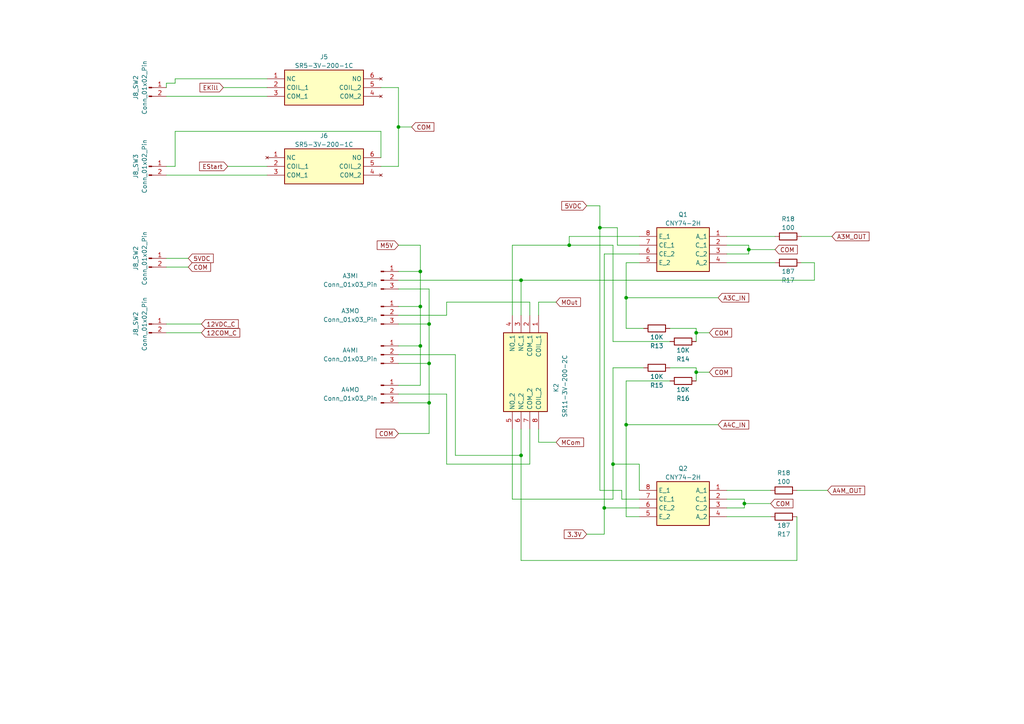
<source format=kicad_sch>
(kicad_sch (version 20230121) (generator eeschema)
  (paper "A4")
  (title_block (title "Additional Circuits") (rev "1.1") (comment 1 "AC3 and AC4 Wires Swapped"))
  (lib_symbols
    (symbol "Connector:Conn_01x02_Pin" (pin_names (offset 1.016) hide)
      (property "Reference" "J" (at 0 2.54 0))
      (property "Value" "Conn_01x02_Pin" (at 0 -5.08 0))
      (symbol "Conn_01x02_Pin_1_1"
        (polyline (pts (xy 1.27 -2.54) (xy 0.8636 -2.54)) (stroke (width 0.1524)))
        (polyline (pts (xy 1.27 0) (xy 0.8636 0)) (stroke (width 0.1524)))
        (rectangle (start 0.8636 -2.413) (end 0 -2.667) (stroke (width 0.1524)) (fill (type outline)))
        (rectangle (start 0.8636 0.127) (end 0 -0.127) (stroke (width 0.1524)) (fill (type outline)))
        (pin passive line (at 5.08 0 180) (length 3.81) (name "Pin_1") (number "1"))
        (pin passive line (at 5.08 -2.54 180) (length 3.81) (name "Pin_2") (number "2"))
      )
    )
    (symbol "Connector:Conn_01x03_Pin" (pin_names (offset 1.016) hide)
      (property "Reference" "J" (at 0 5.08 0))
      (property "Value" "Conn_01x03_Pin" (at 0 -5.08 0))
      (symbol "Conn_01x03_Pin_1_1"
        (polyline (pts (xy 1.27 -2.54) (xy 0.8636 -2.54)) (stroke (width 0.1524)))
        (polyline (pts (xy 1.27 0) (xy 0.8636 0)) (stroke (width 0.1524)))
        (polyline (pts (xy 1.27 2.54) (xy 0.8636 2.54)) (stroke (width 0.1524)))
        (rectangle (start 0.8636 -2.413) (end 0 -2.667) (stroke (width 0.1524)) (fill (type outline)))
        (rectangle (start 0.8636 0.127) (end 0 -0.127) (stroke (width 0.1524)) (fill (type outline)))
        (rectangle (start 0.8636 2.667) (end 0 2.413) (stroke (width 0.1524)) (fill (type outline)))
        (pin passive line (at 5.08 2.54 180) (length 3.81) (name "Pin_1") (number "1"))
        (pin passive line (at 5.08 0 180) (length 3.81) (name "Pin_2") (number "2"))
        (pin passive line (at 5.08 -2.54 180) (length 3.81) (name "Pin_3") (number "3"))
      )
    )
    (symbol "Device:R" (pin_numbers hide) (pin_names (offset 0))
      (property "Reference" "R" (at 2.032 0 90))
      (property "Value" "R" (at 0 0 90))
      (symbol "R_0_1"
        (rectangle (start -1.016 -2.54) (end 1.016 2.54) (stroke (width 0.254)))
      )
      (symbol "R_1_1"
        (pin passive line (at 0 3.81 270) (length 1.27) (name "~") (number "1"))
        (pin passive line (at 0 -3.81 90) (length 1.27) (name "~") (number "2"))
      )
    )
    (symbol "SR5-3V-200-1C_1"
      (property "Reference" "K3" (at 16.51 6.35 0))
      (property "Value" "SR5-3V-200-1C" (at 16.51 3.81 0))
      (symbol "SR5-3V-200-1C_1_1_1"
        (rectangle (start 5.08 2.54) (end 27.94 -7.62) (stroke (width 0.254)) (fill (type background)))
        (pin passive line (at 0 0 0) (length 5.08) (name "NC") (number "1"))
        (pin passive line (at 0 -2.54 0) (length 5.08) (name "COIL_1") (number "2"))
        (pin passive line (at 0 -5.08 0) (length 5.08) (name "COM_1") (number "3"))
        (pin no_connect line (at 33.02 -5.08 180) (length 5.08) (name "COM_2") (number "4"))
        (pin passive line (at 33.02 -2.54 180) (length 5.08) (name "COIL_2") (number "5"))
        (pin no_connect line (at 33.02 0 180) (length 5.08) (name "NO") (number "6"))
      )
    )
    (symbol "SamacSys:CNY74-2H"
      (property "Reference" "Q" (at 21.59 7.62 0))
      (property "Value" "CNY74-2H" (at 21.59 5.08 0))
      (symbol "CNY74-2H_1_1"
        (rectangle (start 5.08 2.54) (end 20.32 -10.16) (stroke (width 0.254)) (fill (type background)))
        (pin passive line (at 0 0 0) (length 5.08) (name "A_1") (number "1"))
        (pin passive line (at 0 -2.54 0) (length 5.08) (name "C_1") (number "2"))
        (pin passive line (at 0 -5.08 0) (length 5.08) (name "C_2") (number "3"))
        (pin passive line (at 0 -7.62 0) (length 5.08) (name "A_2") (number "4"))
        (pin passive line (at 25.4 -7.62 180) (length 5.08) (name "E_2") (number "5"))
        (pin passive line (at 25.4 -5.08 180) (length 5.08) (name "CE_2") (number "6"))
        (pin passive line (at 25.4 -2.54 180) (length 5.08) (name "CE_1") (number "7"))
        (pin passive line (at 25.4 0 180) (length 5.08) (name "E_1") (number "8"))
      )
    )
    (symbol "SamacSys:SR11-3V-200-2C"
      (property "Reference" "K" (at 29.21 7.62 0))
      (property "Value" "SR11-3V-200-2C" (at 29.21 5.08 0))
      (symbol "SR11-3V-200-2C_1_1"
        (rectangle (start 5.08 2.54) (end 27.94 -10.16) (stroke (width 0.254)) (fill (type background)))
        (pin passive line (at 0 0 0) (length 5.08) (name "COIL_1") (number "1"))
        (pin passive line (at 0 -2.54 0) (length 5.08) (name "COM_1") (number "2"))
        (pin passive line (at 0 -5.08 0) (length 5.08) (name "NC_1") (number "3"))
        (pin passive line (at 0 -7.62 0) (length 5.08) (name "NO_1") (number "4"))
        (pin passive line (at 33.02 -7.62 180) (length 5.08) (name "NO_2") (number "5"))
        (pin passive line (at 33.02 -5.08 180) (length 5.08) (name "NC_2") (number "6"))
        (pin passive line (at 33.02 -2.54 180) (length 5.08) (name "COM_2") (number "7"))
        (pin passive line (at 33.02 0 180) (length 5.08) (name "COIL_2") (number "8"))
      )
    )
    (symbol "SamacSys:SR5-3V-200-1C"
      (property "Reference" "K4" (at 16.51 6.35 0))
      (property "Value" "SR5-3V-200-1C" (at 16.51 3.81 0))
      (symbol "SR5-3V-200-1C_1_1"
        (rectangle (start 5.08 2.54) (end 27.94 -7.62) (stroke (width 0.254)) (fill (type background)))
        (pin no_connect line (at 0 0 0) (length 5.08) (name "NC") (number "1"))
        (pin passive line (at 0 -2.54 0) (length 5.08) (name "COIL_1") (number "2"))
        (pin passive line (at 0 -5.08 0) (length 5.08) (name "COM_1") (number "3"))
        (pin no_connect line (at 33.02 -5.08 180) (length 5.08) (name "COM_2") (number "4"))
        (pin passive line (at 33.02 -2.54 180) (length 5.08) (name "COIL_2") (number "5"))
        (pin passive line (at 33.02 0 180) (length 5.08) (name "NO") (number "6"))
      )
    )
  )
  (junction (at 115.57 36.83))
  (junction (at 201.93 107.95))
  (junction (at 181.61 86.36))
  (junction (at 121.92 100.33))
  (junction (at 151.13 132.08))
  (junction (at 177.8 134.62))
  (junction (at 201.93 96.52))
  (junction (at 217.17 72.39))
  (junction (at 165.1 71.12))
  (junction (at 121.92 78.74))
  (junction (at 181.61 123.19))
  (junction (at 124.46 93.98))
  (junction (at 175.26 147.32))
  (junction (at 173.99 66.04))
  (junction (at 215.9 146.05))
  (junction (at 124.46 105.41))
  (junction (at 121.92 88.9))
  (junction (at 124.46 116.84))
  (junction (at 151.13 81.28))
  (wire (pts (xy 132.08 102.87) (xy 132.08 132.08)))
  (wire (pts (xy 217.17 73.66) (xy 217.17 72.39)))
  (wire (pts (xy 179.07 71.12) (xy 179.07 66.04)))
  (wire (pts (xy 165.1 68.58) (xy 165.1 71.12)))
  (wire (pts (xy 110.49 38.1) (xy 50.8 38.1)))
  (wire (pts (xy 175.26 147.32) (xy 175.26 154.94)))
  (wire (pts (xy 115.57 100.33) (xy 121.92 100.33)))
  (wire (pts (xy 121.92 111.76) (xy 115.57 111.76)))
  (wire (pts (xy 185.42 134.62) (xy 177.8 134.62)))
  (wire (pts (xy 170.18 59.69) (xy 173.99 59.69)))
  (wire (pts (xy 210.82 76.2) (xy 224.79 76.2)))
  (wire (pts (xy 194.31 99.06) (xy 177.8 99.06)))
  (wire (pts (xy 165.1 68.58) (xy 185.42 68.58)))
  (wire (pts (xy 50.8 48.26) (xy 48.26 48.26)))
  (wire (pts (xy 181.61 86.36) (xy 208.28 86.36)))
  (wire (pts (xy 236.22 76.2) (xy 236.22 81.28)))
  (wire (pts (xy 115.57 78.74) (xy 121.92 78.74)))
  (wire (pts (xy 186.69 95.25) (xy 181.61 95.25)))
  (wire (pts (xy 180.34 144.78) (xy 180.34 142.24)))
  (wire (pts (xy 175.26 147.32) (xy 185.42 147.32)))
  (wire (pts (xy 181.61 110.49) (xy 181.61 123.19)))
  (wire (pts (xy 231.14 149.86) (xy 231.14 162.56)))
  (wire (pts (xy 121.92 71.12) (xy 121.92 78.74)))
  (wire (pts (xy 115.57 25.4) (xy 115.57 36.83)))
  (wire (pts (xy 129.54 114.3) (xy 115.57 114.3)))
  (wire (pts (xy 205.74 107.95) (xy 201.93 107.95)))
  (wire (pts (xy 175.26 73.66) (xy 175.26 147.32)))
  (wire (pts (xy 153.67 91.44) (xy 153.67 87.63)))
  (wire (pts (xy 217.17 72.39) (xy 224.79 72.39)))
  (wire (pts (xy 129.54 87.63) (xy 129.54 91.44)))
  (wire (pts (xy 194.31 106.68) (xy 201.93 106.68)))
  (wire (pts (xy 48.26 50.8) (xy 77.47 50.8)))
  (wire (pts (xy 210.82 149.86) (xy 223.52 149.86)))
  (wire (pts (xy 50.8 38.1) (xy 50.8 48.26)))
  (wire (pts (xy 210.82 68.58) (xy 224.79 68.58)))
  (wire (pts (xy 232.41 68.58) (xy 241.3 68.58)))
  (wire (pts (xy 50.8 24.13) (xy 48.26 24.13)))
  (wire (pts (xy 185.42 144.78) (xy 180.34 144.78)))
  (wire (pts (xy 115.57 116.84) (xy 124.46 116.84)))
  (wire (pts (xy 177.8 144.78) (xy 148.59 144.78)))
  (wire (pts (xy 48.26 93.98) (xy 58.42 93.98)))
  (wire (pts (xy 48.26 74.93) (xy 54.61 74.93)))
  (wire (pts (xy 129.54 134.62) (xy 129.54 114.3)))
  (wire (pts (xy 115.57 102.87) (xy 132.08 102.87)))
  (wire (pts (xy 201.93 106.68) (xy 201.93 107.95)))
  (wire (pts (xy 148.59 144.78) (xy 148.59 124.46)))
  (wire (pts (xy 210.82 71.12) (xy 217.17 71.12)))
  (wire (pts (xy 151.13 162.56) (xy 151.13 132.08)))
  (wire (pts (xy 153.67 134.62) (xy 129.54 134.62)))
  (wire (pts (xy 156.21 124.46) (xy 156.21 128.27)))
  (wire (pts (xy 173.99 66.04) (xy 173.99 142.24)))
  (wire (pts (xy 201.93 110.49) (xy 201.93 107.95)))
  (wire (pts (xy 115.57 88.9) (xy 121.92 88.9)))
  (wire (pts (xy 201.93 95.25) (xy 201.93 96.52)))
  (wire (pts (xy 48.26 77.47) (xy 54.61 77.47)))
  (wire (pts (xy 194.31 110.49) (xy 181.61 110.49)))
  (wire (pts (xy 185.42 73.66) (xy 175.26 73.66)))
  (wire (pts (xy 231.14 142.24) (xy 240.03 142.24)))
  (wire (pts (xy 124.46 116.84) (xy 124.46 105.41)))
  (wire (pts (xy 181.61 123.19) (xy 208.28 123.19)))
  (wire (pts (xy 170.18 154.94) (xy 175.26 154.94)))
  (wire (pts (xy 156.21 87.63) (xy 156.21 91.44)))
  (wire (pts (xy 217.17 71.12) (xy 217.17 72.39)))
  (wire (pts (xy 48.26 24.13) (xy 48.26 25.4)))
  (wire (pts (xy 151.13 124.46) (xy 151.13 132.08)))
  (wire (pts (xy 124.46 125.73) (xy 124.46 116.84)))
  (wire (pts (xy 121.92 100.33) (xy 121.92 111.76)))
  (wire (pts (xy 50.8 22.86) (xy 50.8 24.13)))
  (wire (pts (xy 205.74 96.52) (xy 201.93 96.52)))
  (wire (pts (xy 185.42 134.62) (xy 185.42 142.24)))
  (wire (pts (xy 156.21 128.27) (xy 161.29 128.27)))
  (wire (pts (xy 181.61 76.2) (xy 181.61 86.36)))
  (wire (pts (xy 151.13 81.28) (xy 151.13 91.44)))
  (wire (pts (xy 236.22 81.28) (xy 151.13 81.28)))
  (wire (pts (xy 177.8 134.62) (xy 177.8 144.78)))
  (wire (pts (xy 165.1 71.12) (xy 148.59 71.12)))
  (wire (pts (xy 129.54 91.44) (xy 115.57 91.44)))
  (wire (pts (xy 201.93 99.06) (xy 201.93 96.52)))
  (wire (pts (xy 194.31 95.25) (xy 201.93 95.25)))
  (wire (pts (xy 115.57 81.28) (xy 151.13 81.28)))
  (wire (pts (xy 215.9 144.78) (xy 215.9 146.05)))
  (wire (pts (xy 210.82 144.78) (xy 215.9 144.78)))
  (wire (pts (xy 161.29 87.63) (xy 156.21 87.63)))
  (wire (pts (xy 153.67 87.63) (xy 129.54 87.63)))
  (wire (pts (xy 121.92 78.74) (xy 121.92 88.9)))
  (wire (pts (xy 173.99 59.69) (xy 173.99 66.04)))
  (wire (pts (xy 153.67 124.46) (xy 153.67 134.62)))
  (wire (pts (xy 77.47 22.86) (xy 50.8 22.86)))
  (wire (pts (xy 64.77 25.4) (xy 77.47 25.4)))
  (wire (pts (xy 124.46 93.98) (xy 124.46 83.82)))
  (wire (pts (xy 115.57 125.73) (xy 124.46 125.73)))
  (wire (pts (xy 132.08 132.08) (xy 151.13 132.08)))
  (wire (pts (xy 231.14 162.56) (xy 151.13 162.56)))
  (wire (pts (xy 181.61 86.36) (xy 181.61 95.25)))
  (wire (pts (xy 110.49 25.4) (xy 115.57 25.4)))
  (wire (pts (xy 185.42 71.12) (xy 179.07 71.12)))
  (wire (pts (xy 48.26 27.94) (xy 77.47 27.94)))
  (wire (pts (xy 124.46 83.82) (xy 115.57 83.82)))
  (wire (pts (xy 177.8 71.12) (xy 177.8 99.06)))
  (wire (pts (xy 210.82 73.66) (xy 217.17 73.66)))
  (wire (pts (xy 115.57 93.98) (xy 124.46 93.98)))
  (wire (pts (xy 179.07 66.04) (xy 173.99 66.04)))
  (wire (pts (xy 124.46 105.41) (xy 124.46 93.98)))
  (wire (pts (xy 215.9 146.05) (xy 223.52 146.05)))
  (wire (pts (xy 48.26 96.52) (xy 58.42 96.52)))
  (wire (pts (xy 148.59 71.12) (xy 148.59 91.44)))
  (wire (pts (xy 210.82 147.32) (xy 215.9 147.32)))
  (wire (pts (xy 232.41 76.2) (xy 236.22 76.2)))
  (wire (pts (xy 181.61 123.19) (xy 181.61 149.86)))
  (wire (pts (xy 177.8 71.12) (xy 165.1 71.12)))
  (wire (pts (xy 115.57 105.41) (xy 124.46 105.41)))
  (wire (pts (xy 186.69 106.68) (xy 177.8 106.68)))
  (wire (pts (xy 115.57 48.26) (xy 115.57 36.83)))
  (wire (pts (xy 215.9 146.05) (xy 215.9 147.32)))
  (wire (pts (xy 110.49 45.72) (xy 110.49 38.1)))
  (wire (pts (xy 180.34 142.24) (xy 173.99 142.24)))
  (wire (pts (xy 121.92 88.9) (xy 121.92 100.33)))
  (wire (pts (xy 66.04 48.26) (xy 77.47 48.26)))
  (wire (pts (xy 185.42 76.2) (xy 181.61 76.2)))
  (wire (pts (xy 115.57 71.12) (xy 121.92 71.12)))
  (wire (pts (xy 115.57 36.83) (xy 119.38 36.83)))
  (wire (pts (xy 185.42 149.86) (xy 181.61 149.86)))
  (wire (pts (xy 210.82 142.24) (xy 223.52 142.24)))
  (wire (pts (xy 110.49 48.26) (xy 115.57 48.26)))
  (wire (pts (xy 177.8 106.68) (xy 177.8 134.62)))
  (global_label "COM" (shape input) (at 205.74 107.95 0) (property "Intersheetrefs" "${INTERSHEET_REFS}" (effects hide)))
  (global_label "COM" (shape input) (at 54.61 77.47 0) (property "Intersheetrefs" "${INTERSHEET_REFS}" (effects hide)))
  (global_label "COM" (shape input) (at 224.79 72.39 0) (property "Intersheetrefs" "${INTERSHEET_REFS}" (effects hide)))
  (global_label "A4C_IN" (shape input) (at 208.28 123.19 0) (property "Intersheetrefs" "${INTERSHEET_REFS}" (effects hide)))
  (global_label "A4M_OUT" (shape input) (at 240.03 142.24 0) (property "Intersheetrefs" "${INTERSHEET_REFS}" (effects hide)))
  (global_label "A3M_OUT" (shape input) (at 241.3 68.58 0) (property "Intersheetrefs" "${INTERSHEET_REFS}" (effects hide)))
  (global_label "EStart" (shape input) (at 66.04 48.26 180) (property "Intersheetrefs" "${INTERSHEET_REFS}" (effects hide)))
  (global_label "COM" (shape input) (at 115.57 125.73 180) (property "Intersheetrefs" "${INTERSHEET_REFS}" (effects hide)))
  (global_label "12COM_C" (shape input) (at 58.42 96.52 0) (property "Intersheetrefs" "${INTERSHEET_REFS}" (effects hide)))
  (global_label "12VDC_C" (shape input) (at 58.42 93.98 0) (property "Intersheetrefs" "${INTERSHEET_REFS}" (effects hide)))
  (global_label "COM" (shape input) (at 205.74 96.52 0) (property "Intersheetrefs" "${INTERSHEET_REFS}" (effects hide)))
  (global_label "3.3V" (shape input) (at 170.18 154.94 180) (property "Intersheetrefs" "${INTERSHEET_REFS}" (effects hide)))
  (global_label "COM" (shape input) (at 119.38 36.83 0) (property "Intersheetrefs" "${INTERSHEET_REFS}" (effects hide)))
  (global_label "M5V" (shape input) (at 115.57 71.12 180) (property "Intersheetrefs" "${INTERSHEET_REFS}" (effects hide)))
  (global_label "5VDC" (shape input) (at 54.61 74.93 0) (property "Intersheetrefs" "${INTERSHEET_REFS}" (effects hide)))
  (global_label "MOut" (shape input) (at 161.29 87.63 0) (property "Intersheetrefs" "${INTERSHEET_REFS}" (effects hide)))
  (global_label "5VDC" (shape input) (at 170.18 59.69 180) (property "Intersheetrefs" "${INTERSHEET_REFS}" (effects hide)))
  (global_label "EKill" (shape input) (at 64.77 25.4 180) (property "Intersheetrefs" "${INTERSHEET_REFS}" (effects hide)))
  (global_label "A3C_IN" (shape input) (at 208.28 86.36 0) (property "Intersheetrefs" "${INTERSHEET_REFS}" (effects hide)))
  (global_label "COM" (shape input) (at 223.52 146.05 0) (property "Intersheetrefs" "${INTERSHEET_REFS}" (effects hide)))
  (global_label "MCom" (shape input) (at 161.29 128.27 0) (property "Intersheetrefs" "${INTERSHEET_REFS}" (effects hide)))
  (symbol (lib_id "SamacSys:CNY74-2H") (at 210.82 142.24 0) (mirror y) (unit 1)
    (property "Reference" "Q2" (at 198.12 135.89 0))
    (property "Value" "CNY74-2H" (at 198.12 138.43 0))
    (property "Footprint" "DIP762W56P254L977H470Q8N" (effects hide))
    (property "Datasheet" "https://componentsearchengine.com/Datasheets/2/CNY74-2H.pdf" (effects hide))
    (property "Height" "4.7" (effects hide))
    (property "Mouser Part Number" "782-CNY74-2H" (effects hide))
    (property "Mouser Price/Stock" "https://www.mouser.co.uk/ProductDetail/Vishay-Semiconductors/CNY74-2H?qs=xCMk%252BIHWTZO%2Fp2dB7mb0lQ%3D%3D" (effects hide))
    (property "Manufacturer_Name" "Vishay" (effects hide))
    (property "Manufacturer_Part_Number" "CNY74-2H" (effects hide))
    (instances (project "Control_board" (path "" (reference "Q2") (unit 1)) (path "" (reference "IC4") (unit 1))))
  )
  (symbol (lib_id "Device:R") (at 198.12 110.49 270) (unit 1)
    (property "Reference" "R16" (at 198.12 115.57 90))
    (property "Value" "10K" (at 198.12 113.03 90))
    (property "Footprint" "Resistor_THT:R_Axial_DIN0411_L9.9mm_D3.6mm_P12.70mm_Horizontal" (effects hide))
  )
  (symbol (lib_id "Device:R") (at 227.33 149.86 270) (unit 1)
    (property "Reference" "R17" (at 227.33 154.94 90))
    (property "Value" "187" (at 227.33 152.4 90))
    (property "Footprint" "Resistor_THT:R_Axial_DIN0411_L9.9mm_D3.6mm_P12.70mm_Horizontal" (effects hide))
    (instances (project "Control_board" (path "" (reference "R17") (unit 1)) (path "" (reference "R18") (unit 1))))
  )
  (symbol (lib_id "Connector:Conn_01x03_Pin") (at 110.49 91.44 0) (unit 1)
    (property "Reference" "A3MO" (at 101.6 90.17 0))
    (property "Value" "Conn_01x03_Pin" (at 101.6 92.71 0))
    (property "Footprint" "Connector_PinHeader_2.54mm:PinHeader_1x03_P2.54mm_Vertical" (effects hide))
    (instances (project "Control_board" (path "" (reference "A3MO") (unit 1)) (path "" (reference "A3M1") (unit 1))))
  )
  (symbol (lib_id "Connector:Conn_01x02_Pin") (at 43.18 93.98 0) (unit 1)
    (property "Reference" "J8_SW2" (at 39.37 93.98 90))
    (property "Value" "Conn_01x02_Pin" (at 41.91 93.98 90))
    (property "Footprint" "Connector_Phoenix_MC_HighVoltage:PhoenixContact_MCV_1,5_2-G-5.08_1x02_P5.08mm_Vertical" (effects hide))
    (instances (project "Control_board" (path "" (reference "J8_SW2") (unit 1)) (path "" (reference "12VOut") (unit 1))))
  )
  (symbol (lib_name "SR5-3V-200-1C_1") (lib_id "SamacSys:SR5-3V-200-1C") (at 77.47 22.86 0) (unit 1)
    (property "Reference" "J5" (at 93.98 16.51 0))
    (property "Value" "SR5-3V-200-1C" (at 93.98 19.05 0))
    (property "Footprint" "SR53V2001C" (effects hide))
    (property "Datasheet" "https://www.cuidevices.com/product/resource/sr5.pdf" (effects hide))
    (property "Height" "12.1" (effects hide))
    (property "Mouser Part Number" "179-SR5-3V-200-1C" (effects hide))
    (property "Mouser Price/Stock" "https://www.mouser.co.uk/ProductDetail/CUI-Devices/SR5-3V-200-1C?qs=4ASt3YYao0XB60H1Ojp4Wg%3D%3D" (effects hide))
    (property "Manufacturer_Name" "CUI Devices" (effects hide))
    (property "Manufacturer_Part_Number" "SR5-3V-200-1C" (effects hide))
    (instances (project "Control_board" (path "" (reference "J5") (unit 1)) (path "" (reference "K3") (unit 1))))
  )
  (symbol (lib_id "Connector:Conn_01x02_Pin") (at 43.18 74.93 0) (unit 1)
    (property "Reference" "J8_SW2" (at 39.37 74.93 90))
    (property "Value" "Conn_01x02_Pin" (at 41.91 74.93 90))
    (property "Footprint" "Connector_Phoenix_MC_HighVoltage:PhoenixContact_MCV_1,5_2-G-5.08_1x02_P5.08mm_Vertical" (effects hide))
    (instances (project "Control_board" (path "" (reference "J8_SW2") (unit 1)) (path "" (reference "5VOut") (unit 1))))
  )
  (symbol (lib_id "Device:R") (at 198.12 99.06 270) (unit 1)
    (property "Reference" "R14" (at 198.12 104.14 90))
    (property "Value" "10K" (at 198.12 101.6 90))
    (property "Footprint" "Resistor_THT:R_Axial_DIN0411_L9.9mm_D3.6mm_P12.70mm_Horizontal" (effects hide))
    (instances (project "Control_board" (path "" (reference "R14") (unit 1)) (path "" (reference "R15") (unit 1))))
  )
  (symbol (lib_id "Connector:Conn_01x02_Pin") (at 43.18 48.26 0) (unit 1)
    (property "Reference" "J8_SW3" (at 39.37 48.26 90))
    (property "Value" "Conn_01x02_Pin" (at 41.91 48.26 90))
    (property "Footprint" "Connector_Phoenix_MC_HighVoltage:PhoenixContact_MCV_1,5_2-G-5.08_1x02_P5.08mm_Vertical" (effects hide))
    (instances (project "Control_board" (path "" (reference "J8_SW3") (unit 1)) (path "" (reference "EStart1") (unit 1))))
  )
  (symbol (lib_id "Connector:Conn_01x03_Pin") (at 110.49 102.87 0) (unit 1)
    (property "Reference" "A4MI" (at 101.6 101.6 0))
    (property "Value" "Conn_01x03_Pin" (at 101.6 104.14 0))
    (property "Footprint" "Connector_PinHeader_2.54mm:PinHeader_1x03_P2.54mm_Vertical" (effects hide))
    (instances (project "Control_board" (path "" (reference "A4MI") (unit 1)) (path "" (reference "A4C1") (unit 1))))
  )
  (symbol (lib_id "Connector:Conn_01x02_Pin") (at 43.18 25.4 0) (unit 1)
    (property "Reference" "J8_SW2" (at 39.37 25.4 90))
    (property "Value" "Conn_01x02_Pin" (at 41.91 25.4 90))
    (property "Footprint" "Connector_Phoenix_MC_HighVoltage:PhoenixContact_MCV_1,5_2-G-5.08_1x02_P5.08mm_Vertical" (effects hide))
    (instances (project "Control_board" (path "" (reference "J8_SW2") (unit 1)) (path "" (reference "EKill1") (unit 1))))
  )
  (symbol (lib_id "Device:R") (at 190.5 95.25 270) (unit 1)
    (property "Reference" "R13" (at 190.5 100.33 90))
    (property "Value" "10K" (at 190.5 97.79 90))
    (property "Footprint" "Resistor_THT:R_Axial_DIN0411_L9.9mm_D3.6mm_P12.70mm_Horizontal" (effects hide))
  )
  (symbol (lib_id "Connector:Conn_01x03_Pin") (at 110.49 114.3 0) (unit 1)
    (property "Reference" "A4MO" (at 101.6 113.03 0))
    (property "Value" "Conn_01x03_Pin" (at 101.6 115.57 0))
    (property "Footprint" "Connector_PinHeader_2.54mm:PinHeader_1x03_P2.54mm_Vertical" (effects hide))
    (instances (project "Control_board" (path "" (reference "A4MO") (unit 1)) (path "" (reference "A4M1") (unit 1))))
  )
  (symbol (lib_id "Device:R") (at 227.33 142.24 90) (unit 1)
    (property "Reference" "R18" (at 227.33 137.16 90))
    (property "Value" "100" (at 227.33 139.7 90))
    (property "Footprint" "Resistor_THT:R_Axial_DIN0411_L9.9mm_D3.6mm_P12.70mm_Horizontal" (effects hide))
    (instances (project "Control_board" (path "" (reference "R18") (unit 1)) (path "" (reference "R17") (unit 1))))
  )
  (symbol (lib_id "Device:R") (at 228.6 76.2 270) (unit 1)
    (property "Reference" "R17" (at 228.6 81.28 90))
    (property "Value" "187" (at 228.6 78.74 90))
    (property "Footprint" "Resistor_THT:R_Axial_DIN0411_L9.9mm_D3.6mm_P12.70mm_Horizontal" (effects hide))
    (instances (project "Control_board" (path "" (reference "R17") (unit 1)) (path "" (reference "R20") (unit 1))))
  )
  (symbol (lib_id "SamacSys:SR5-3V-200-1C") (at 77.47 45.72 0) (unit 1)
    (property "Reference" "J6" (at 93.98 39.37 0))
    (property "Value" "SR5-3V-200-1C" (at 93.98 41.91 0))
    (property "Footprint" "SR53V2001C" (effects hide))
    (property "Datasheet" "https://www.cuidevices.com/product/resource/sr5.pdf" (effects hide))
    (property "Height" "12.1" (effects hide))
    (property "Mouser Part Number" "179-SR5-3V-200-1C" (effects hide))
    (property "Mouser Price/Stock" "https://www.mouser.co.uk/ProductDetail/CUI-Devices/SR5-3V-200-1C?qs=4ASt3YYao0XB60H1Ojp4Wg%3D%3D" (effects hide))
    (property "Manufacturer_Name" "CUI Devices" (effects hide))
    (property "Manufacturer_Part_Number" "SR5-3V-200-1C" (effects hide))
    (instances (project "Control_board" (path "" (reference "J6") (unit 1)) (path "" (reference "K4") (unit 1))))
  )
  (symbol (lib_id "SamacSys:CNY74-2H") (at 210.82 68.58 0) (mirror y) (unit 1)
    (property "Reference" "Q1" (at 198.12 62.23 0))
    (property "Value" "CNY74-2H" (at 198.12 64.77 0))
    (property "Footprint" "DIP762W56P254L977H470Q8N" (effects hide))
    (property "Datasheet" "https://componentsearchengine.com/Datasheets/2/CNY74-2H.pdf" (effects hide))
    (property "Height" "4.7" (effects hide))
    (property "Mouser Part Number" "782-CNY74-2H" (effects hide))
    (property "Mouser Price/Stock" "https://www.mouser.co.uk/ProductDetail/Vishay-Semiconductors/CNY74-2H?qs=xCMk%252BIHWTZO%2Fp2dB7mb0lQ%3D%3D" (effects hide))
    (property "Manufacturer_Name" "Vishay" (effects hide))
    (property "Manufacturer_Part_Number" "CNY74-2H" (effects hide))
    (instances (project "Control_board" (path "" (reference "Q1") (unit 1)) (path "" (reference "IC3") (unit 1))))
  )
  (symbol (lib_id "Connector:Conn_01x03_Pin") (at 110.49 81.28 0) (unit 1)
    (property "Reference" "A3MI" (at 101.6 80.01 0))
    (property "Value" "Conn_01x03_Pin" (at 101.6 82.55 0))
    (property "Footprint" "Connector_PinHeader_2.54mm:PinHeader_1x03_P2.54mm_Vertical" (effects hide))
    (instances (project "Control_board" (path "" (reference "A3MI") (unit 1)) (path "" (reference "A3C1") (unit 1))))
  )
  (symbol (lib_id "Device:R") (at 228.6 68.58 90) (unit 1)
    (property "Reference" "R18" (at 228.6 63.5 90))
    (property "Value" "100" (at 228.6 66.04 90))
    (property "Footprint" "Resistor_THT:R_Axial_DIN0411_L9.9mm_D3.6mm_P12.70mm_Horizontal" (effects hide))
    (instances (project "Control_board" (path "" (reference "R18") (unit 1)) (path "" (reference "R19") (unit 1))))
  )
  (symbol (lib_id "Device:R") (at 190.5 106.68 270) (unit 1)
    (property "Reference" "R15" (at 190.5 111.76 90))
    (property "Value" "10K" (at 190.5 109.22 90))
    (property "Footprint" "Resistor_THT:R_Axial_DIN0411_L9.9mm_D3.6mm_P12.70mm_Horizontal" (effects hide))
    (instances (project "Control_board" (path "" (reference "R15") (unit 1)) (path "" (reference "R14") (unit 1))))
  )
  (symbol (lib_id "SamacSys:SR11-3V-200-2C") (at 156.21 91.44 270) (unit 1)
    (property "Reference" "K2" (at 161.29 111.125 0) (effects (justify left)))
    (property "Value" "SR11-3V-200-2C" (at 163.83 102.87 0) (effects (justify left)))
    (property "Footprint" "SR113V2002C" (effects hide))
    (property "Datasheet" "https://www.cuidevices.com/product/resource/sr11.pdf" (effects hide))
    (property "Height" "11.7" (effects hide))
    (property "Mouser Part Number" "179-SR11-3V-200-2C" (effects hide))
    (property "Mouser Price/Stock" "https://www.mouser.co.uk/ProductDetail/CUI-Devices/SR11-3V-200-2C?qs=4ASt3YYao0Upd1omJxk2Og%3D%3D" (effects hide))
    (property "Manufacturer_Name" "CUI Devices" (effects hide))
    (property "Manufacturer_Part_Number" "SR11-3V-200-2C" (effects hide))
    (instances (project "Control_board" (path "" (reference "K2") (unit 1)) (path "" (reference "K5") (unit 1))))
  )
)
</source>
